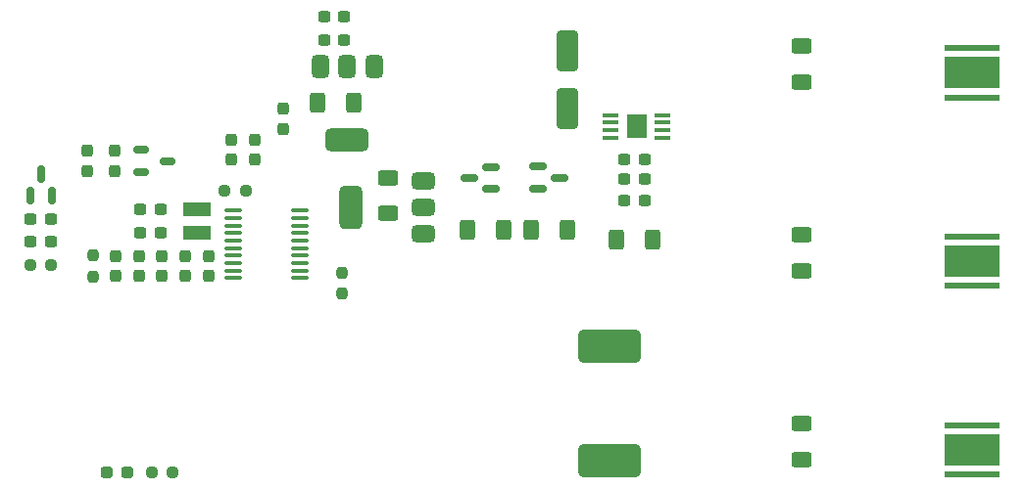
<source format=gbr>
%TF.GenerationSoftware,KiCad,Pcbnew,9.0.0*%
%TF.CreationDate,2025-08-28T16:21:24-07:00*%
%TF.ProjectId,Simple_12V_Panel,53696d70-6c65-45f3-9132-565f50616e65,rev?*%
%TF.SameCoordinates,Original*%
%TF.FileFunction,Paste,Top*%
%TF.FilePolarity,Positive*%
%FSLAX46Y46*%
G04 Gerber Fmt 4.6, Leading zero omitted, Abs format (unit mm)*
G04 Created by KiCad (PCBNEW 9.0.0) date 2025-08-28 16:21:24*
%MOMM*%
%LPD*%
G01*
G04 APERTURE LIST*
G04 Aperture macros list*
%AMRoundRect*
0 Rectangle with rounded corners*
0 $1 Rounding radius*
0 $2 $3 $4 $5 $6 $7 $8 $9 X,Y pos of 4 corners*
0 Add a 4 corners polygon primitive as box body*
4,1,4,$2,$3,$4,$5,$6,$7,$8,$9,$2,$3,0*
0 Add four circle primitives for the rounded corners*
1,1,$1+$1,$2,$3*
1,1,$1+$1,$4,$5*
1,1,$1+$1,$6,$7*
1,1,$1+$1,$8,$9*
0 Add four rect primitives between the rounded corners*
20,1,$1+$1,$2,$3,$4,$5,0*
20,1,$1+$1,$4,$5,$6,$7,0*
20,1,$1+$1,$6,$7,$8,$9,0*
20,1,$1+$1,$8,$9,$2,$3,0*%
G04 Aperture macros list end*
%ADD10R,4.775200X0.508000*%
%ADD11R,4.775200X2.768600*%
%ADD12R,1.358900X0.431800*%
%ADD13R,1.701800X2.006600*%
%ADD14RoundRect,0.237500X-0.250000X-0.237500X0.250000X-0.237500X0.250000X0.237500X-0.250000X0.237500X0*%
%ADD15RoundRect,0.435000X2.265000X1.015000X-2.265000X1.015000X-2.265000X-1.015000X2.265000X-1.015000X0*%
%ADD16RoundRect,0.150000X-0.512500X-0.150000X0.512500X-0.150000X0.512500X0.150000X-0.512500X0.150000X0*%
%ADD17RoundRect,0.250000X0.625000X-0.400000X0.625000X0.400000X-0.625000X0.400000X-0.625000X-0.400000X0*%
%ADD18RoundRect,0.375000X-0.375000X0.625000X-0.375000X-0.625000X0.375000X-0.625000X0.375000X0.625000X0*%
%ADD19RoundRect,0.500000X-1.400000X0.500000X-1.400000X-0.500000X1.400000X-0.500000X1.400000X0.500000X0*%
%ADD20RoundRect,0.375000X0.625000X0.375000X-0.625000X0.375000X-0.625000X-0.375000X0.625000X-0.375000X0*%
%ADD21RoundRect,0.500000X0.500000X1.400000X-0.500000X1.400000X-0.500000X-1.400000X0.500000X-1.400000X0*%
%ADD22RoundRect,0.237500X-0.237500X0.250000X-0.237500X-0.250000X0.237500X-0.250000X0.237500X0.250000X0*%
%ADD23RoundRect,0.250000X0.650000X-1.500000X0.650000X1.500000X-0.650000X1.500000X-0.650000X-1.500000X0*%
%ADD24RoundRect,0.250000X-0.400000X-0.625000X0.400000X-0.625000X0.400000X0.625000X-0.400000X0.625000X0*%
%ADD25RoundRect,0.237500X0.300000X0.237500X-0.300000X0.237500X-0.300000X-0.237500X0.300000X-0.237500X0*%
%ADD26RoundRect,0.237500X-0.237500X0.300000X-0.237500X-0.300000X0.237500X-0.300000X0.237500X0.300000X0*%
%ADD27R,2.387600X1.193800*%
%ADD28RoundRect,0.237500X-0.300000X-0.237500X0.300000X-0.237500X0.300000X0.237500X-0.300000X0.237500X0*%
%ADD29RoundRect,0.237500X0.250000X0.237500X-0.250000X0.237500X-0.250000X-0.237500X0.250000X-0.237500X0*%
%ADD30RoundRect,0.237500X0.237500X-0.300000X0.237500X0.300000X-0.237500X0.300000X-0.237500X-0.300000X0*%
%ADD31RoundRect,0.150000X0.587500X0.150000X-0.587500X0.150000X-0.587500X-0.150000X0.587500X-0.150000X0*%
%ADD32RoundRect,0.237500X-0.287500X-0.237500X0.287500X-0.237500X0.287500X0.237500X-0.287500X0.237500X0*%
%ADD33RoundRect,0.100000X-0.637500X-0.100000X0.637500X-0.100000X0.637500X0.100000X-0.637500X0.100000X0*%
%ADD34RoundRect,0.150000X0.150000X-0.587500X0.150000X0.587500X-0.150000X0.587500X-0.150000X-0.587500X0*%
%ADD35RoundRect,0.150000X-0.587500X-0.150000X0.587500X-0.150000X0.587500X0.150000X-0.587500X0.150000X0*%
G04 APERTURE END LIST*
D10*
%TO.C,U9*%
X196000000Y-84220000D03*
D11*
X196000000Y-86360000D03*
D10*
X196000000Y-88500000D03*
%TD*%
%TO.C,U8*%
X196000000Y-100540000D03*
D11*
X196000000Y-102680000D03*
D10*
X196000000Y-104820000D03*
%TD*%
%TO.C,U7*%
X196000000Y-116860000D03*
D11*
X196000000Y-119000000D03*
D10*
X196000000Y-121140000D03*
%TD*%
D12*
%TO.C,U2*%
X169228850Y-91974979D03*
X169228850Y-91324993D03*
X169228850Y-90675007D03*
X169228850Y-90025021D03*
X164771150Y-90025021D03*
X164771150Y-90675007D03*
X164771150Y-91324993D03*
X164771150Y-91974979D03*
D13*
X167000000Y-91000000D03*
%TD*%
D14*
%TO.C,R2*%
X131387500Y-96600000D03*
X133212500Y-96600000D03*
%TD*%
D15*
%TO.C,L1*%
X164650000Y-119925000D03*
X164650000Y-110025000D03*
%TD*%
D16*
%TO.C,U1*%
X126500000Y-94000000D03*
X124225000Y-94950000D03*
X124225000Y-93050000D03*
%TD*%
D17*
%TO.C,R13*%
X181275000Y-87180000D03*
X181275000Y-84080000D03*
%TD*%
D18*
%TO.C,Q4*%
X144300000Y-85850000D03*
X142000000Y-85850000D03*
D19*
X142000000Y-92150000D03*
D18*
X139700000Y-85850000D03*
%TD*%
D20*
%TO.C,Q3*%
X148587500Y-100300000D03*
X148587500Y-98000000D03*
D21*
X142287500Y-98000000D03*
D20*
X148587500Y-95700000D03*
%TD*%
D22*
%TO.C,R1*%
X141500000Y-103675000D03*
X141500000Y-105500000D03*
%TD*%
D23*
%TO.C,D5*%
X161000000Y-89500000D03*
X161000000Y-84500000D03*
%TD*%
D24*
%TO.C,R19*%
X157887500Y-100000000D03*
X160987500Y-100000000D03*
%TD*%
%TO.C,R18*%
X152387500Y-100000000D03*
X155487500Y-100000000D03*
%TD*%
D17*
%TO.C,R17*%
X145500000Y-98550000D03*
X145500000Y-95450000D03*
%TD*%
D24*
%TO.C,R16*%
X139450000Y-89000000D03*
X142550000Y-89000000D03*
%TD*%
D17*
%TO.C,R15*%
X181275000Y-119820000D03*
X181275000Y-116720000D03*
%TD*%
%TO.C,R14*%
X181275000Y-103500000D03*
X181275000Y-100400000D03*
%TD*%
D24*
%TO.C,R4*%
X165250000Y-100800000D03*
X168350000Y-100800000D03*
%TD*%
D25*
%TO.C,C24*%
X116362500Y-101000000D03*
X114637500Y-101000000D03*
%TD*%
D26*
%TO.C,C20*%
X128000000Y-102225000D03*
X128000000Y-103950000D03*
%TD*%
D27*
%TO.C,Y1*%
X129000000Y-100228300D03*
X129000000Y-98221700D03*
%TD*%
D28*
%TO.C,C14*%
X165937500Y-95600000D03*
X167662500Y-95600000D03*
%TD*%
D26*
%TO.C,C18*%
X124000000Y-102225000D03*
X124000000Y-103950000D03*
%TD*%
D28*
%TO.C,C13*%
X165937500Y-93900000D03*
X167662500Y-93900000D03*
%TD*%
D29*
%TO.C,R8*%
X116412500Y-103000000D03*
X114587500Y-103000000D03*
%TD*%
D22*
%TO.C,R10*%
X120000000Y-102175000D03*
X120000000Y-104000000D03*
%TD*%
D26*
%TO.C,C29*%
X132000000Y-92137500D03*
X132000000Y-93862500D03*
%TD*%
%TO.C,C28*%
X134000000Y-92137500D03*
X134000000Y-93862500D03*
%TD*%
D30*
%TO.C,C27*%
X121902500Y-94862500D03*
X121902500Y-93137500D03*
%TD*%
D26*
%TO.C,C30*%
X136500000Y-89500000D03*
X136500000Y-91225000D03*
%TD*%
D31*
%TO.C,Q2*%
X154437500Y-96450000D03*
X154437500Y-94550000D03*
X152562500Y-95500000D03*
%TD*%
D14*
%TO.C,R9*%
X125087500Y-121000000D03*
X126912500Y-121000000D03*
%TD*%
D32*
%TO.C,D3*%
X121212500Y-121000000D03*
X122962500Y-121000000D03*
%TD*%
D26*
%TO.C,C17*%
X122000000Y-102225000D03*
X122000000Y-103950000D03*
%TD*%
D28*
%TO.C,C22*%
X124137500Y-98215000D03*
X125862500Y-98215000D03*
%TD*%
%TO.C,C31*%
X140000000Y-81500000D03*
X141725000Y-81500000D03*
%TD*%
%TO.C,C23*%
X124137500Y-100225000D03*
X125862500Y-100225000D03*
%TD*%
D26*
%TO.C,C21*%
X130000000Y-102225000D03*
X130000000Y-103950000D03*
%TD*%
D25*
%TO.C,C25*%
X116362500Y-99000000D03*
X114637500Y-99000000D03*
%TD*%
D26*
%TO.C,C19*%
X126000000Y-102225000D03*
X126000000Y-103950000D03*
%TD*%
D33*
%TO.C,U5*%
X132137500Y-98300000D03*
X132137500Y-98950000D03*
X132137500Y-99600000D03*
X132137500Y-100250000D03*
X132137500Y-100900000D03*
X132137500Y-101550000D03*
X132137500Y-102200000D03*
X132137500Y-102850000D03*
X132137500Y-103500000D03*
X132137500Y-104150000D03*
X137862500Y-104150000D03*
X137862500Y-103500000D03*
X137862500Y-102850000D03*
X137862500Y-102200000D03*
X137862500Y-101550000D03*
X137862500Y-100900000D03*
X137862500Y-100250000D03*
X137862500Y-99600000D03*
X137862500Y-98950000D03*
X137862500Y-98300000D03*
%TD*%
D28*
%TO.C,C32*%
X140000000Y-83500000D03*
X141725000Y-83500000D03*
%TD*%
D34*
%TO.C,U10*%
X114600000Y-97000000D03*
X116500000Y-97000000D03*
X115550000Y-95125000D03*
%TD*%
D35*
%TO.C,Q1*%
X158500000Y-94500000D03*
X158500000Y-96400000D03*
X160375000Y-95450000D03*
%TD*%
D28*
%TO.C,C11*%
X165937500Y-97400000D03*
X167662500Y-97400000D03*
%TD*%
D30*
%TO.C,C26*%
X119500000Y-94862500D03*
X119500000Y-93137500D03*
%TD*%
M02*

</source>
